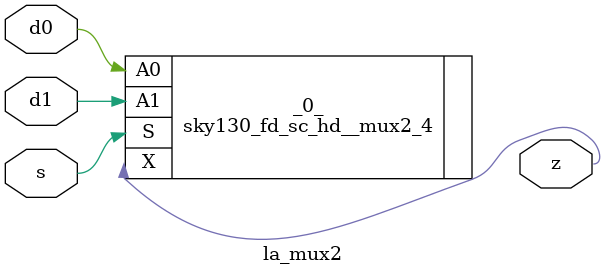
<source format=v>

/* Generated by Yosys 0.44 (git sha1 80ba43d26, g++ 11.4.0-1ubuntu1~22.04 -fPIC -O3) */

(* top =  1  *)
(* src = "generated" *)
(* keep_hierarchy *)
module la_mux2 (
    d0,
    d1,
    s,
    z
);
  (* src = "generated" *)
  input d0;
  wire d0;
  (* src = "generated" *)
  input d1;
  wire d1;
  (* src = "generated" *)
  input s;
  wire s;
  (* src = "generated" *)
  output z;
  wire z;
  sky130_fd_sc_hd__mux2_4 _0_ (
      .A0(d0),
      .A1(d1),
      .S (s),
      .X (z)
  );
endmodule

</source>
